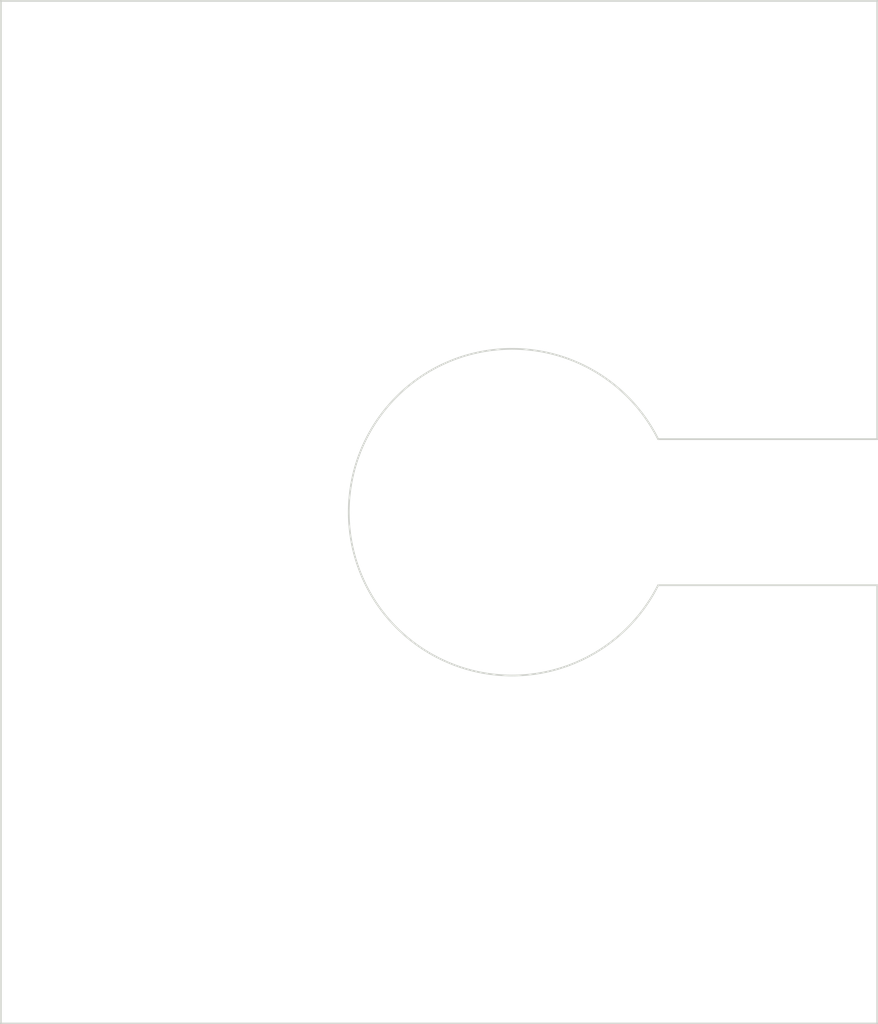
<source format=kicad_pcb>
(kicad_pcb (version 20171130) (host pcbnew "(5.1.9)-1")

  (general
    (thickness 1.6)
    (drawings 8)
    (tracks 0)
    (zones 0)
    (modules 0)
    (nets 1)
  )

  (page A4)
  (layers
    (0 F.Cu signal)
    (31 B.Cu signal)
    (32 B.Adhes user)
    (33 F.Adhes user)
    (34 B.Paste user)
    (35 F.Paste user)
    (36 B.SilkS user)
    (37 F.SilkS user)
    (38 B.Mask user)
    (39 F.Mask user)
    (40 Dwgs.User user)
    (41 Cmts.User user)
    (42 Eco1.User user)
    (43 Eco2.User user)
    (44 Edge.Cuts user)
    (45 Margin user)
    (46 B.CrtYd user)
    (47 F.CrtYd user)
    (48 B.Fab user)
    (49 F.Fab user)
  )

  (setup
    (last_trace_width 0.25)
    (trace_clearance 0.2)
    (zone_clearance 0.508)
    (zone_45_only no)
    (trace_min 0.2)
    (via_size 0.8)
    (via_drill 0.4)
    (via_min_size 0.4)
    (via_min_drill 0.3)
    (uvia_size 0.3)
    (uvia_drill 0.1)
    (uvias_allowed no)
    (uvia_min_size 0.2)
    (uvia_min_drill 0.1)
    (edge_width 0.05)
    (segment_width 0.2)
    (pcb_text_width 0.3)
    (pcb_text_size 1.5 1.5)
    (mod_edge_width 0.12)
    (mod_text_size 1 1)
    (mod_text_width 0.15)
    (pad_size 1.524 1.524)
    (pad_drill 0.762)
    (pad_to_mask_clearance 0)
    (aux_axis_origin 0 0)
    (visible_elements FFFFFF7F)
    (pcbplotparams
      (layerselection 0x010fc_ffffffff)
      (usegerberextensions false)
      (usegerberattributes true)
      (usegerberadvancedattributes true)
      (creategerberjobfile true)
      (excludeedgelayer true)
      (linewidth 0.100000)
      (plotframeref false)
      (viasonmask false)
      (mode 1)
      (useauxorigin false)
      (hpglpennumber 1)
      (hpglpenspeed 20)
      (hpglpendiameter 15.000000)
      (psnegative false)
      (psa4output false)
      (plotreference true)
      (plotvalue true)
      (plotinvisibletext false)
      (padsonsilk false)
      (subtractmaskfromsilk false)
      (outputformat 1)
      (mirror false)
      (drillshape 0)
      (scaleselection 1)
      (outputdirectory "gerber/"))
  )

  (net 0 "")

  (net_class Default "This is the default net class."
    (clearance 0.2)
    (trace_width 0.25)
    (via_dia 0.8)
    (via_drill 0.4)
    (uvia_dia 0.3)
    (uvia_drill 0.1)
  )

  (gr_line (start 115.5 92.4) (end 109.199999 92.4) (layer Edge.Cuts) (width 0.05) (tstamp 61162B05))
  (gr_line (start 109.199999 88.200001) (end 115.5 88.2) (layer Edge.Cuts) (width 0.05) (tstamp 61162B03))
  (gr_line (start 115.5 105) (end 115.5 92.4) (layer Edge.Cuts) (width 0.05))
  (gr_line (start 115.5 75.6) (end 115.5 88.2) (layer Edge.Cuts) (width 0.05))
  (gr_line (start 90.3 105) (end 90.3 75.6) (layer Edge.Cuts) (width 0.05) (tstamp 6116297A))
  (gr_line (start 115.5 105) (end 90.3 105) (layer Edge.Cuts) (width 0.05))
  (gr_line (start 90.3 75.6) (end 115.5 75.6) (layer Edge.Cuts) (width 0.05))
  (gr_arc (start 105 90.3) (end 109.199999 88.200001) (angle -306.8698976) (layer Edge.Cuts) (width 0.05))

)

</source>
